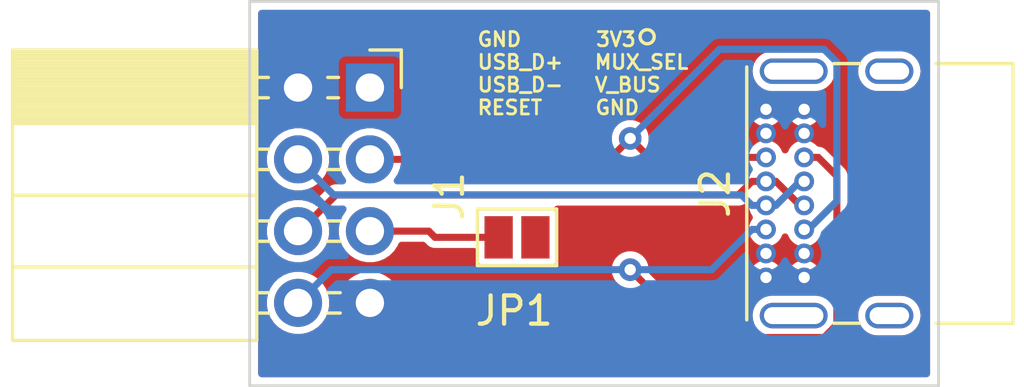
<source format=kicad_pcb>
(kicad_pcb (version 20171130) (host pcbnew "(5.1.6)-1")

  (general
    (thickness 1.6)
    (drawings 6)
    (tracks 44)
    (zones 0)
    (modules 3)
    (nets 10)
  )

  (page A4)
  (layers
    (0 F.Cu signal)
    (31 B.Cu signal)
    (32 B.Adhes user)
    (33 F.Adhes user)
    (34 B.Paste user)
    (35 F.Paste user)
    (36 B.SilkS user)
    (37 F.SilkS user)
    (38 B.Mask user)
    (39 F.Mask user)
    (40 Dwgs.User user)
    (41 Cmts.User user)
    (42 Eco1.User user)
    (43 Eco2.User user)
    (44 Edge.Cuts user)
    (45 Margin user)
    (46 B.CrtYd user)
    (47 F.CrtYd user)
    (48 B.Fab user)
    (49 F.Fab user)
  )

  (setup
    (last_trace_width 0.25)
    (trace_clearance 0.15)
    (zone_clearance 0.25)
    (zone_45_only no)
    (trace_min 0.2)
    (via_size 0.8)
    (via_drill 0.4)
    (via_min_size 0.4)
    (via_min_drill 0.3)
    (uvia_size 0.3)
    (uvia_drill 0.1)
    (uvias_allowed no)
    (uvia_min_size 0.2)
    (uvia_min_drill 0.1)
    (edge_width 0.05)
    (segment_width 0.2)
    (pcb_text_width 0.3)
    (pcb_text_size 1.5 1.5)
    (mod_edge_width 0.12)
    (mod_text_size 1 1)
    (mod_text_width 0.15)
    (pad_size 1.524 1.524)
    (pad_drill 0.762)
    (pad_to_mask_clearance 0.051)
    (solder_mask_min_width 0.25)
    (aux_axis_origin 0 0)
    (visible_elements 7FFFFFFF)
    (pcbplotparams
      (layerselection 0x010fc_ffffffff)
      (usegerberextensions false)
      (usegerberattributes false)
      (usegerberadvancedattributes false)
      (creategerberjobfile false)
      (excludeedgelayer true)
      (linewidth 0.100000)
      (plotframeref false)
      (viasonmask false)
      (mode 1)
      (useauxorigin false)
      (hpglpennumber 1)
      (hpglpenspeed 20)
      (hpglpendiameter 15.000000)
      (psnegative false)
      (psa4output false)
      (plotreference true)
      (plotvalue true)
      (plotinvisibletext false)
      (padsonsilk false)
      (subtractmaskfromsilk false)
      (outputformat 1)
      (mirror false)
      (drillshape 1)
      (scaleselection 1)
      (outputdirectory ""))
  )

  (net 0 "")
  (net 1 /RESET_N)
  (net 2 GND)
  (net 3 /USB_DN)
  (net 4 "Net-(J1-Pad5)")
  (net 5 /USB_DP)
  (net 6 /SD_MUX_SEL)
  (net 7 /3V3)
  (net 8 "Net-(J2-PadS1)")
  (net 9 /VBUS_DET)

  (net_class Default "This is the default net class."
    (clearance 0.15)
    (trace_width 0.25)
    (via_dia 0.8)
    (via_drill 0.4)
    (uvia_dia 0.3)
    (uvia_drill 0.1)
    (add_net /3V3)
    (add_net /RESET_N)
    (add_net /SD_MUX_SEL)
    (add_net /USB_DN)
    (add_net /USB_DP)
    (add_net /VBUS_DET)
    (add_net GND)
    (add_net "Net-(J1-Pad5)")
    (add_net "Net-(J2-PadS1)")
  )

  (module Jumper:SolderJumper-2_P1.3mm_Open_Pad1.0x1.5mm (layer F.Cu) (tedit 5A3EABFC) (tstamp 5EED715E)
    (at 150 70.3 180)
    (descr "SMD Solder Jumper, 1x1.5mm Pads, 0.3mm gap, open")
    (tags "solder jumper open")
    (path /5EEDD095)
    (attr virtual)
    (fp_text reference JP1 (at 0.1 -2.6) (layer F.SilkS)
      (effects (font (size 1 1) (thickness 0.15)))
    )
    (fp_text value SolderJumper_2_Open (at 0.1 -2.5) (layer F.Fab) hide
      (effects (font (size 1 1) (thickness 0.15)))
    )
    (fp_line (start -1.4 1) (end -1.4 -1) (layer F.SilkS) (width 0.12))
    (fp_line (start 1.4 1) (end -1.4 1) (layer F.SilkS) (width 0.12))
    (fp_line (start 1.4 -1) (end 1.4 1) (layer F.SilkS) (width 0.12))
    (fp_line (start -1.4 -1) (end 1.4 -1) (layer F.SilkS) (width 0.12))
    (fp_line (start -1.65 -1.25) (end 1.65 -1.25) (layer F.CrtYd) (width 0.05))
    (fp_line (start -1.65 -1.25) (end -1.65 1.25) (layer F.CrtYd) (width 0.05))
    (fp_line (start 1.65 1.25) (end 1.65 -1.25) (layer F.CrtYd) (width 0.05))
    (fp_line (start 1.65 1.25) (end -1.65 1.25) (layer F.CrtYd) (width 0.05))
    (pad 2 smd rect (at 0.65 0 180) (size 1 1.5) (layers F.Cu F.Mask)
      (net 4 "Net-(J1-Pad5)"))
    (pad 1 smd rect (at -0.65 0 180) (size 1 1.5) (layers F.Cu F.Mask)
      (net 9 /VBUS_DET))
  )

  (module Connector_USB:USB_C_Receptacle_GCT_USB4085 locked (layer F.Cu) (tedit 5EED15DE) (tstamp 5EED9185)
    (at 158.8 71.72 90)
    (descr "USB 2.0 Type C Receptacle, https://gct.co/Files/Drawings/USB4085.pdf")
    (tags "USB Type-C Receptacle Through-hole Right angle")
    (path /5EED1B44)
    (fp_text reference J2 (at 2.975 -1.8 90) (layer F.SilkS)
      (effects (font (size 1 1) (thickness 0.15)))
    )
    (fp_text value USB_C_Receptacle_USB2.0 (at 2.975 9.925 90) (layer F.Fab) hide
      (effects (font (size 1 1) (thickness 0.15)))
    )
    (fp_line (start -0.025 6.1) (end 5.975 6.1) (layer F.Fab) (width 0.1))
    (fp_line (start 8.25 -1.06) (end 8.25 9.11) (layer F.CrtYd) (width 0.05))
    (fp_line (start -2.3 -1.06) (end 8.25 -1.06) (layer F.CrtYd) (width 0.05))
    (fp_line (start -2.3 9.11) (end 8.25 9.11) (layer F.CrtYd) (width 0.05))
    (fp_line (start -2.3 -1.06) (end -2.3 9.11) (layer F.CrtYd) (width 0.05))
    (fp_line (start -1.62 2.4) (end -1.62 3.3) (layer F.SilkS) (width 0.12))
    (fp_line (start 7.57 2.4) (end 7.57 3.3) (layer F.SilkS) (width 0.12))
    (fp_line (start -1.62 6) (end -1.62 8.73) (layer F.SilkS) (width 0.12))
    (fp_line (start 7.57 6) (end 7.57 8.73) (layer F.SilkS) (width 0.12))
    (fp_line (start 7.45 -0.56) (end 7.45 8.61) (layer F.Fab) (width 0.1))
    (fp_line (start -1.5 -0.56) (end -1.5 8.61) (layer F.Fab) (width 0.1))
    (fp_line (start -1.5 -0.68) (end 7.45 -0.68) (layer F.SilkS) (width 0.12))
    (fp_line (start -1.62 8.73) (end 7.57 8.73) (layer F.SilkS) (width 0.12))
    (fp_line (start -1.5 8.61) (end 7.45 8.61) (layer F.Fab) (width 0.1))
    (fp_line (start -1.5 -0.56) (end 7.45 -0.56) (layer F.Fab) (width 0.1))
    (fp_text user %R (at 2.975 4.025 90) (layer F.Fab)
      (effects (font (size 1 1) (thickness 0.15)))
    )
    (fp_text user "PCB Edge" (at 2.975 6.1 90) (layer Dwgs.User)
      (effects (font (size 0.5 0.5) (thickness 0.1)))
    )
    (pad S1 thru_hole oval (at 7.3 4.36 90) (size 0.9 1.7) (drill oval 0.6 1.4) (layers *.Cu *.Mask)
      (net 8 "Net-(J2-PadS1)"))
    (pad S1 thru_hole oval (at -1.35 4.36 90) (size 0.9 1.7) (drill oval 0.6 1.4) (layers *.Cu *.Mask)
      (net 8 "Net-(J2-PadS1)"))
    (pad S1 thru_hole oval (at 7.3 0.98 90) (size 0.9 2.4) (drill oval 0.6 2.1) (layers *.Cu *.Mask)
      (net 8 "Net-(J2-PadS1)"))
    (pad S1 thru_hole oval (at -1.35 0.98 90) (size 0.9 2.4) (drill oval 0.6 2.1) (layers *.Cu *.Mask)
      (net 8 "Net-(J2-PadS1)"))
    (pad B6 thru_hole circle (at 3.4 1.35 90) (size 0.7 0.7) (drill 0.4) (layers *.Cu *.Mask)
      (net 5 /USB_DP))
    (pad B1 thru_hole circle (at 5.95 1.35 90) (size 0.7 0.7) (drill 0.4) (layers *.Cu *.Mask)
      (net 2 GND))
    (pad B4 thru_hole circle (at 5.1 1.35 90) (size 0.7 0.7) (drill 0.4) (layers *.Cu *.Mask)
      (net 7 /3V3))
    (pad B5 thru_hole circle (at 4.25 1.35 90) (size 0.7 0.7) (drill 0.4) (layers *.Cu *.Mask)
      (net 1 /RESET_N))
    (pad B12 thru_hole circle (at 0 1.35 90) (size 0.7 0.7) (drill 0.4) (layers *.Cu *.Mask)
      (net 2 GND))
    (pad B8 thru_hole circle (at 1.7 1.35 90) (size 0.7 0.7) (drill 0.4) (layers *.Cu *.Mask)
      (net 6 /SD_MUX_SEL))
    (pad B7 thru_hole circle (at 2.55 1.35 90) (size 0.7 0.7) (drill 0.4) (layers *.Cu *.Mask)
      (net 3 /USB_DN))
    (pad B9 thru_hole circle (at 0.85 1.35 90) (size 0.7 0.7) (drill 0.4) (layers *.Cu *.Mask)
      (net 7 /3V3))
    (pad A12 thru_hole circle (at 5.95 0 90) (size 0.7 0.7) (drill 0.4) (layers *.Cu *.Mask)
      (net 2 GND))
    (pad A9 thru_hole circle (at 5.1 0 90) (size 0.7 0.7) (drill 0.4) (layers *.Cu *.Mask)
      (net 7 /3V3))
    (pad A8 thru_hole circle (at 4.25 0 90) (size 0.7 0.7) (drill 0.4) (layers *.Cu *.Mask)
      (net 6 /SD_MUX_SEL))
    (pad A7 thru_hole circle (at 3.4 0 90) (size 0.7 0.7) (drill 0.4) (layers *.Cu *.Mask)
      (net 3 /USB_DN))
    (pad A6 thru_hole circle (at 2.55 0 90) (size 0.7 0.7) (drill 0.4) (layers *.Cu *.Mask)
      (net 5 /USB_DP))
    (pad A5 thru_hole circle (at 1.7 0 90) (size 0.7 0.7) (drill 0.4) (layers *.Cu *.Mask)
      (net 1 /RESET_N))
    (pad A4 thru_hole circle (at 0.85 0 90) (size 0.7 0.7) (drill 0.4) (layers *.Cu *.Mask)
      (net 7 /3V3))
    (pad A1 thru_hole circle (at 0 0 90) (size 0.7 0.7) (drill 0.4) (layers *.Cu *.Mask)
      (net 2 GND))
    (model ${KISYS3DMOD}/Connector_USB.3dshapes/USB_C_Receptacle_GCT_USB4085.wrl
      (at (xyz 0 0 0))
      (scale (xyz 1 1 1))
      (rotate (xyz 90 90 90))
    )
    (model "/Library/Application Support/kicad/modules/USB4085-GF-A.stp"
      (at (xyz 0 0 0))
      (scale (xyz 1 1 1))
      (rotate (xyz 90 0 0))
    )
    (model ${KIPRJMOD}/3d/USB4085-GF-A--3DModel-STEP-56544.stp
      (offset (xyz 3 -4 0))
      (scale (xyz 1 1 1))
      (rotate (xyz -90 0 0))
    )
  )

  (module Connector_PinSocket_2.54mm:PinSocket_2x04_P2.54mm_Horizontal locked (layer F.Cu) (tedit 5A19A432) (tstamp 5EED5FB2)
    (at 144.8 65)
    (descr "Through hole angled socket strip, 2x04, 2.54mm pitch, 8.51mm socket length, double cols (from Kicad 4.0.7), script generated")
    (tags "Through hole angled socket strip THT 2x04 2.54mm double row")
    (path /5EED097B)
    (fp_text reference J1 (at 2.8 3.85 90) (layer F.SilkS)
      (effects (font (size 1 1) (thickness 0.15)))
    )
    (fp_text value Conn_02x04_Odd_Even (at -5.65 10.39) (layer F.Fab) hide
      (effects (font (size 1 1) (thickness 0.15)))
    )
    (fp_line (start -12.57 -1.27) (end -5.03 -1.27) (layer F.Fab) (width 0.1))
    (fp_line (start -5.03 -1.27) (end -4.06 -0.3) (layer F.Fab) (width 0.1))
    (fp_line (start -4.06 -0.3) (end -4.06 8.89) (layer F.Fab) (width 0.1))
    (fp_line (start -4.06 8.89) (end -12.57 8.89) (layer F.Fab) (width 0.1))
    (fp_line (start -12.57 8.89) (end -12.57 -1.27) (layer F.Fab) (width 0.1))
    (fp_line (start 0 -0.3) (end -4.06 -0.3) (layer F.Fab) (width 0.1))
    (fp_line (start -4.06 0.3) (end 0 0.3) (layer F.Fab) (width 0.1))
    (fp_line (start 0 0.3) (end 0 -0.3) (layer F.Fab) (width 0.1))
    (fp_line (start 0 2.24) (end -4.06 2.24) (layer F.Fab) (width 0.1))
    (fp_line (start -4.06 2.84) (end 0 2.84) (layer F.Fab) (width 0.1))
    (fp_line (start 0 2.84) (end 0 2.24) (layer F.Fab) (width 0.1))
    (fp_line (start 0 4.78) (end -4.06 4.78) (layer F.Fab) (width 0.1))
    (fp_line (start -4.06 5.38) (end 0 5.38) (layer F.Fab) (width 0.1))
    (fp_line (start 0 5.38) (end 0 4.78) (layer F.Fab) (width 0.1))
    (fp_line (start 0 7.32) (end -4.06 7.32) (layer F.Fab) (width 0.1))
    (fp_line (start -4.06 7.92) (end 0 7.92) (layer F.Fab) (width 0.1))
    (fp_line (start 0 7.92) (end 0 7.32) (layer F.Fab) (width 0.1))
    (fp_line (start -12.63 -1.21) (end -4 -1.21) (layer F.SilkS) (width 0.12))
    (fp_line (start -12.63 -1.091905) (end -4 -1.091905) (layer F.SilkS) (width 0.12))
    (fp_line (start -12.63 -0.97381) (end -4 -0.97381) (layer F.SilkS) (width 0.12))
    (fp_line (start -12.63 -0.855715) (end -4 -0.855715) (layer F.SilkS) (width 0.12))
    (fp_line (start -12.63 -0.73762) (end -4 -0.73762) (layer F.SilkS) (width 0.12))
    (fp_line (start -12.63 -0.619525) (end -4 -0.619525) (layer F.SilkS) (width 0.12))
    (fp_line (start -12.63 -0.50143) (end -4 -0.50143) (layer F.SilkS) (width 0.12))
    (fp_line (start -12.63 -0.383335) (end -4 -0.383335) (layer F.SilkS) (width 0.12))
    (fp_line (start -12.63 -0.26524) (end -4 -0.26524) (layer F.SilkS) (width 0.12))
    (fp_line (start -12.63 -0.147145) (end -4 -0.147145) (layer F.SilkS) (width 0.12))
    (fp_line (start -12.63 -0.02905) (end -4 -0.02905) (layer F.SilkS) (width 0.12))
    (fp_line (start -12.63 0.089045) (end -4 0.089045) (layer F.SilkS) (width 0.12))
    (fp_line (start -12.63 0.20714) (end -4 0.20714) (layer F.SilkS) (width 0.12))
    (fp_line (start -12.63 0.325235) (end -4 0.325235) (layer F.SilkS) (width 0.12))
    (fp_line (start -12.63 0.44333) (end -4 0.44333) (layer F.SilkS) (width 0.12))
    (fp_line (start -12.63 0.561425) (end -4 0.561425) (layer F.SilkS) (width 0.12))
    (fp_line (start -12.63 0.67952) (end -4 0.67952) (layer F.SilkS) (width 0.12))
    (fp_line (start -12.63 0.797615) (end -4 0.797615) (layer F.SilkS) (width 0.12))
    (fp_line (start -12.63 0.91571) (end -4 0.91571) (layer F.SilkS) (width 0.12))
    (fp_line (start -12.63 1.033805) (end -4 1.033805) (layer F.SilkS) (width 0.12))
    (fp_line (start -12.63 1.1519) (end -4 1.1519) (layer F.SilkS) (width 0.12))
    (fp_line (start -4 -0.36) (end -3.59 -0.36) (layer F.SilkS) (width 0.12))
    (fp_line (start -1.49 -0.36) (end -1.11 -0.36) (layer F.SilkS) (width 0.12))
    (fp_line (start -4 0.36) (end -3.59 0.36) (layer F.SilkS) (width 0.12))
    (fp_line (start -1.49 0.36) (end -1.11 0.36) (layer F.SilkS) (width 0.12))
    (fp_line (start -4 2.18) (end -3.59 2.18) (layer F.SilkS) (width 0.12))
    (fp_line (start -1.49 2.18) (end -1.05 2.18) (layer F.SilkS) (width 0.12))
    (fp_line (start -4 2.9) (end -3.59 2.9) (layer F.SilkS) (width 0.12))
    (fp_line (start -1.49 2.9) (end -1.05 2.9) (layer F.SilkS) (width 0.12))
    (fp_line (start -4 4.72) (end -3.59 4.72) (layer F.SilkS) (width 0.12))
    (fp_line (start -1.49 4.72) (end -1.05 4.72) (layer F.SilkS) (width 0.12))
    (fp_line (start -4 5.44) (end -3.59 5.44) (layer F.SilkS) (width 0.12))
    (fp_line (start -1.49 5.44) (end -1.05 5.44) (layer F.SilkS) (width 0.12))
    (fp_line (start -4 7.26) (end -3.59 7.26) (layer F.SilkS) (width 0.12))
    (fp_line (start -1.49 7.26) (end -1.05 7.26) (layer F.SilkS) (width 0.12))
    (fp_line (start -4 7.98) (end -3.59 7.98) (layer F.SilkS) (width 0.12))
    (fp_line (start -1.49 7.98) (end -1.05 7.98) (layer F.SilkS) (width 0.12))
    (fp_line (start -12.63 1.27) (end -4 1.27) (layer F.SilkS) (width 0.12))
    (fp_line (start -12.63 3.81) (end -4 3.81) (layer F.SilkS) (width 0.12))
    (fp_line (start -12.63 6.35) (end -4 6.35) (layer F.SilkS) (width 0.12))
    (fp_line (start -12.63 -1.33) (end -4 -1.33) (layer F.SilkS) (width 0.12))
    (fp_line (start -4 -1.33) (end -4 8.95) (layer F.SilkS) (width 0.12))
    (fp_line (start -12.63 8.95) (end -4 8.95) (layer F.SilkS) (width 0.12))
    (fp_line (start -12.63 -1.33) (end -12.63 8.95) (layer F.SilkS) (width 0.12))
    (fp_line (start 1.11 -1.33) (end 1.11 0) (layer F.SilkS) (width 0.12))
    (fp_line (start 0 -1.33) (end 1.11 -1.33) (layer F.SilkS) (width 0.12))
    (fp_line (start 1.8 -1.75) (end -13.05 -1.75) (layer F.CrtYd) (width 0.05))
    (fp_line (start -13.05 -1.75) (end -13.05 9.45) (layer F.CrtYd) (width 0.05))
    (fp_line (start -13.05 9.45) (end 1.8 9.45) (layer F.CrtYd) (width 0.05))
    (fp_line (start 1.8 9.45) (end 1.8 -1.75) (layer F.CrtYd) (width 0.05))
    (fp_text user %R (at -8.315 3.81 90) (layer F.Fab)
      (effects (font (size 1 1) (thickness 0.15)))
    )
    (pad 1 thru_hole rect (at 0 0) (size 1.7 1.7) (drill 1) (layers *.Cu *.Mask)
      (net 7 /3V3))
    (pad 2 thru_hole oval (at -2.54 0) (size 1.7 1.7) (drill 1) (layers *.Cu *.Mask)
      (net 2 GND))
    (pad 3 thru_hole oval (at 0 2.54) (size 1.7 1.7) (drill 1) (layers *.Cu *.Mask)
      (net 6 /SD_MUX_SEL))
    (pad 4 thru_hole oval (at -2.54 2.54) (size 1.7 1.7) (drill 1) (layers *.Cu *.Mask)
      (net 5 /USB_DP))
    (pad 5 thru_hole oval (at 0 5.08) (size 1.7 1.7) (drill 1) (layers *.Cu *.Mask)
      (net 4 "Net-(J1-Pad5)"))
    (pad 6 thru_hole oval (at -2.54 5.08) (size 1.7 1.7) (drill 1) (layers *.Cu *.Mask)
      (net 3 /USB_DN))
    (pad 7 thru_hole oval (at 0 7.62) (size 1.7 1.7) (drill 1) (layers *.Cu *.Mask)
      (net 2 GND))
    (pad 8 thru_hole oval (at -2.54 7.62) (size 1.7 1.7) (drill 1) (layers *.Cu *.Mask)
      (net 1 /RESET_N))
    (model ${KISYS3DMOD}/Connector_PinSocket_2.54mm.3dshapes/PinSocket_2x04_P2.54mm_Horizontal.wrl
      (at (xyz 0 0 0))
      (scale (xyz 1 1 1))
      (rotate (xyz 0 0 0))
    )
  )

  (gr_circle (center 154.6 63.2) (end 154.85 63.2) (layer F.SilkS) (width 0.12))
  (gr_text "GND       3V3\nUSB_D+   MUX_SEL\nUSB_D-   V_BUS\nRESET     GND\n" (at 148.55 64.5) (layer F.SilkS) (tstamp 5EF0D365)
    (effects (font (size 0.5 0.5) (thickness 0.1)) (justify left))
  )
  (gr_line (start 164.9 61.95) (end 164.9 75.55) (layer Edge.Cuts) (width 0.1))
  (gr_line (start 140.55 61.95) (end 164.9 61.95) (layer Edge.Cuts) (width 0.1))
  (gr_line (start 140.55 75.55) (end 140.55 61.95) (layer Edge.Cuts) (width 0.1))
  (gr_line (start 164.9 75.55) (end 140.55 75.55) (layer Edge.Cuts) (width 0.1))

  (segment (start 156.880027 71.444999) (end 158.305026 70.02) (width 0.25) (layer B.Cu) (net 1))
  (segment (start 143.435001 71.444999) (end 153.905001 71.444999) (width 0.25) (layer B.Cu) (net 1))
  (segment (start 158.305026 70.02) (end 158.8 70.02) (width 0.25) (layer B.Cu) (net 1))
  (segment (start 142.26 72.62) (end 143.435001 71.444999) (width 0.25) (layer B.Cu) (net 1))
  (segment (start 153.905001 71.444999) (end 156.880027 71.444999) (width 0.25) (layer B.Cu) (net 1) (tstamp 5F2CA314))
  (via (at 154 71.444999) (size 0.8) (drill 0.4) (layers F.Cu B.Cu) (net 1))
  (segment (start 161.30501 73.391019) (end 161.30501 68.130036) (width 0.25) (layer F.Cu) (net 1))
  (segment (start 160.644974 67.47) (end 160.15 67.47) (width 0.25) (layer F.Cu) (net 1))
  (segment (start 160.851019 73.84501) (end 161.30501 73.391019) (width 0.25) (layer F.Cu) (net 1))
  (segment (start 161.30501 68.130036) (end 160.644974 67.47) (width 0.25) (layer F.Cu) (net 1))
  (segment (start 156.400011 73.84501) (end 160.851019 73.84501) (width 0.25) (layer F.Cu) (net 1))
  (segment (start 154 71.444999) (end 156.400011 73.84501) (width 0.25) (layer F.Cu) (net 1))
  (segment (start 142.32 70.08) (end 142.26 70.08) (width 0.25) (layer F.Cu) (net 3) (tstamp 5EF0A8D7))
  (segment (start 160.000998 69.17) (end 160.15 69.17) (width 0.25) (layer F.Cu) (net 3) (tstamp 5EF0A8E0))
  (segment (start 158.8 68.32) (end 159.150998 68.32) (width 0.25) (layer F.Cu) (net 3) (tstamp 5EF0A8E6))
  (segment (start 158.8 68.32) (end 158.305026 68.32) (width 0.25) (layer F.Cu) (net 3) (tstamp 5EF0A8DD))
  (segment (start 159.150998 68.32) (end 160.000998 69.17) (width 0.25) (layer F.Cu) (net 3) (tstamp 5EF0A8E3))
  (segment (start 143.6 68.8) (end 157.825026 68.8) (width 0.25) (layer F.Cu) (net 3))
  (segment (start 158.305026 68.32) (end 157.825026 68.8) (width 0.25) (layer F.Cu) (net 3) (tstamp 5EF0A8DA))
  (segment (start 143.6 68.8) (end 142.32 70.08) (width 0.25) (layer F.Cu) (net 3) (tstamp 5EF0A8E9))
  (segment (start 144.8 70.08) (end 146.88 70.08) (width 0.25) (layer F.Cu) (net 4))
  (segment (start 146.88 70.08) (end 147.1 70.3) (width 0.25) (layer F.Cu) (net 4))
  (segment (start 147.1 70.3) (end 149.35 70.3) (width 0.25) (layer F.Cu) (net 4))
  (segment (start 160.000998 68.32) (end 160.15 68.32) (width 0.25) (layer B.Cu) (net 5))
  (segment (start 158.8 69.17) (end 158.305026 69.17) (width 0.25) (layer B.Cu) (net 5))
  (segment (start 158.8 69.17) (end 159.150998 69.17) (width 0.25) (layer B.Cu) (net 5))
  (segment (start 159.150998 69.17) (end 160.000998 68.32) (width 0.25) (layer B.Cu) (net 5))
  (segment (start 143.52 68.8) (end 157.935026 68.8) (width 0.25) (layer B.Cu) (net 5))
  (segment (start 158.305026 69.17) (end 157.935026 68.8) (width 0.25) (layer B.Cu) (net 5))
  (segment (start 143.52 68.8) (end 142.26 67.54) (width 0.25) (layer B.Cu) (net 5))
  (segment (start 158.73 67.54) (end 158.8 67.47) (width 0.25) (layer F.Cu) (net 6))
  (via (at 154 66.8) (size 0.8) (drill 0.4) (layers F.Cu B.Cu) (net 6))
  (segment (start 160.299002 70.02) (end 160.15 70.02) (width 0.25) (layer B.Cu) (net 6))
  (segment (start 161.30501 69.013992) (end 160.299002 70.02) (width 0.25) (layer B.Cu) (net 6))
  (segment (start 160.851019 63.64499) (end 161.30501 64.098981) (width 0.25) (layer B.Cu) (net 6))
  (segment (start 157.15501 63.64499) (end 160.851019 63.64499) (width 0.25) (layer B.Cu) (net 6))
  (segment (start 161.30501 64.098981) (end 161.30501 69.013992) (width 0.25) (layer B.Cu) (net 6))
  (segment (start 154 66.8) (end 157.15501 63.64499) (width 0.25) (layer B.Cu) (net 6))
  (segment (start 153.26 67.54) (end 154 66.8) (width 0.25) (layer F.Cu) (net 6))
  (segment (start 144.8 67.54) (end 153.26 67.54) (width 0.25) (layer F.Cu) (net 6))
  (segment (start 154.67 67.47) (end 158.8 67.47) (width 0.25) (layer F.Cu) (net 6))
  (segment (start 154 66.8) (end 154.67 67.47) (width 0.25) (layer F.Cu) (net 6))
  (segment (start 158.8 66.62) (end 160.15 66.62) (width 0.25) (layer F.Cu) (net 7))
  (segment (start 158.8 70.87) (end 160.15 70.87) (width 0.25) (layer F.Cu) (net 7))

  (zone (net 2) (net_name GND) (layer B.Cu) (tstamp 5F2CA79E) (hatch edge 0.508)
    (connect_pads yes (clearance 0.25))
    (min_thickness 0.25)
    (fill yes (arc_segments 32) (thermal_gap 0.5) (thermal_bridge_width 0.5))
    (polygon
      (pts
        (xy 164.865524 75.522966) (xy 140.515524 75.572966) (xy 140.515524 61.972966) (xy 164.865524 61.922966)
      )
    )
    (filled_polygon
      (pts
        (xy 164.475001 75.125) (xy 140.975 75.125) (xy 140.975 69.959348) (xy 141.035 69.959348) (xy 141.035 70.200652)
        (xy 141.082076 70.437319) (xy 141.174419 70.660255) (xy 141.308481 70.860892) (xy 141.479108 71.031519) (xy 141.679745 71.165581)
        (xy 141.902681 71.257924) (xy 142.139348 71.305) (xy 142.380652 71.305) (xy 142.617319 71.257924) (xy 142.840255 71.165581)
        (xy 143.040892 71.031519) (xy 143.211519 70.860892) (xy 143.345581 70.660255) (xy 143.437924 70.437319) (xy 143.485 70.200652)
        (xy 143.485 69.959348) (xy 143.437924 69.722681) (xy 143.345581 69.499745) (xy 143.211519 69.299108) (xy 143.040892 69.128481)
        (xy 142.840255 68.994419) (xy 142.617319 68.902076) (xy 142.380652 68.855) (xy 142.139348 68.855) (xy 141.902681 68.902076)
        (xy 141.679745 68.994419) (xy 141.479108 69.128481) (xy 141.308481 69.299108) (xy 141.174419 69.499745) (xy 141.082076 69.722681)
        (xy 141.035 69.959348) (xy 140.975 69.959348) (xy 140.975 67.419348) (xy 141.035 67.419348) (xy 141.035 67.660652)
        (xy 141.082076 67.897319) (xy 141.174419 68.120255) (xy 141.308481 68.320892) (xy 141.479108 68.491519) (xy 141.679745 68.625581)
        (xy 141.902681 68.717924) (xy 142.139348 68.765) (xy 142.380652 68.765) (xy 142.617319 68.717924) (xy 142.697575 68.684681)
        (xy 143.149075 69.136181) (xy 143.164736 69.155264) (xy 143.240871 69.217746) (xy 143.327733 69.264175) (xy 143.421983 69.292765)
        (xy 143.49544 69.3) (xy 143.495441 69.3) (xy 143.519999 69.302419) (xy 143.544557 69.3) (xy 143.847885 69.3)
        (xy 143.714419 69.499745) (xy 143.622076 69.722681) (xy 143.575 69.959348) (xy 143.575 70.200652) (xy 143.622076 70.437319)
        (xy 143.714419 70.660255) (xy 143.848481 70.860892) (xy 143.932588 70.944999) (xy 143.45955 70.944999) (xy 143.435 70.942581)
        (xy 143.41045 70.944999) (xy 143.410441 70.944999) (xy 143.336984 70.952234) (xy 143.242734 70.980824) (xy 143.155872 71.027253)
        (xy 143.079737 71.089735) (xy 143.064081 71.108812) (xy 142.697575 71.475319) (xy 142.617319 71.442076) (xy 142.380652 71.395)
        (xy 142.139348 71.395) (xy 141.902681 71.442076) (xy 141.679745 71.534419) (xy 141.479108 71.668481) (xy 141.308481 71.839108)
        (xy 141.174419 72.039745) (xy 141.082076 72.262681) (xy 141.035 72.499348) (xy 141.035 72.740652) (xy 141.082076 72.977319)
        (xy 141.174419 73.200255) (xy 141.308481 73.400892) (xy 141.479108 73.571519) (xy 141.679745 73.705581) (xy 141.902681 73.797924)
        (xy 142.139348 73.845) (xy 142.380652 73.845) (xy 142.617319 73.797924) (xy 142.840255 73.705581) (xy 143.040892 73.571519)
        (xy 143.211519 73.400892) (xy 143.345581 73.200255) (xy 143.399534 73.07) (xy 158.201009 73.07) (xy 158.216938 73.231728)
        (xy 158.264112 73.387241) (xy 158.340719 73.530563) (xy 158.443815 73.656185) (xy 158.569437 73.759281) (xy 158.712759 73.835888)
        (xy 158.868272 73.883062) (xy 158.989479 73.895) (xy 160.570521 73.895) (xy 160.691728 73.883062) (xy 160.847241 73.835888)
        (xy 160.990563 73.759281) (xy 161.116185 73.656185) (xy 161.219281 73.530563) (xy 161.295888 73.387241) (xy 161.343062 73.231728)
        (xy 161.358991 73.07) (xy 161.931009 73.07) (xy 161.946938 73.231728) (xy 161.994112 73.387241) (xy 162.070719 73.530563)
        (xy 162.173815 73.656185) (xy 162.299437 73.759281) (xy 162.442759 73.835888) (xy 162.598272 73.883062) (xy 162.719479 73.895)
        (xy 163.600521 73.895) (xy 163.721728 73.883062) (xy 163.877241 73.835888) (xy 164.020563 73.759281) (xy 164.146185 73.656185)
        (xy 164.249281 73.530563) (xy 164.325888 73.387241) (xy 164.373062 73.231728) (xy 164.388991 73.07) (xy 164.373062 72.908272)
        (xy 164.325888 72.752759) (xy 164.249281 72.609437) (xy 164.146185 72.483815) (xy 164.020563 72.380719) (xy 163.877241 72.304112)
        (xy 163.721728 72.256938) (xy 163.600521 72.245) (xy 162.719479 72.245) (xy 162.598272 72.256938) (xy 162.442759 72.304112)
        (xy 162.299437 72.380719) (xy 162.173815 72.483815) (xy 162.070719 72.609437) (xy 161.994112 72.752759) (xy 161.946938 72.908272)
        (xy 161.931009 73.07) (xy 161.358991 73.07) (xy 161.343062 72.908272) (xy 161.295888 72.752759) (xy 161.219281 72.609437)
        (xy 161.116185 72.483815) (xy 160.990563 72.380719) (xy 160.847241 72.304112) (xy 160.691728 72.256938) (xy 160.570521 72.245)
        (xy 158.989479 72.245) (xy 158.868272 72.256938) (xy 158.712759 72.304112) (xy 158.569437 72.380719) (xy 158.443815 72.483815)
        (xy 158.340719 72.609437) (xy 158.264112 72.752759) (xy 158.216938 72.908272) (xy 158.201009 73.07) (xy 143.399534 73.07)
        (xy 143.437924 72.977319) (xy 143.485 72.740652) (xy 143.485 72.499348) (xy 143.437924 72.262681) (xy 143.404681 72.182425)
        (xy 143.642108 71.944999) (xy 153.403984 71.944999) (xy 153.505966 72.046981) (xy 153.6329 72.131795) (xy 153.773941 72.190216)
        (xy 153.923669 72.219999) (xy 154.076331 72.219999) (xy 154.226059 72.190216) (xy 154.3671 72.131795) (xy 154.494034 72.046981)
        (xy 154.596016 71.944999) (xy 156.855467 71.944999) (xy 156.880027 71.947418) (xy 156.904587 71.944999) (xy 156.978044 71.937764)
        (xy 157.072294 71.909174) (xy 157.159156 71.862745) (xy 157.235291 71.800263) (xy 157.250956 71.781175) (xy 158.077609 70.954523)
        (xy 158.102861 71.081475) (xy 158.157513 71.213416) (xy 158.236856 71.332161) (xy 158.337839 71.433144) (xy 158.456584 71.512487)
        (xy 158.588525 71.567139) (xy 158.728594 71.595) (xy 158.871406 71.595) (xy 159.011475 71.567139) (xy 159.143416 71.512487)
        (xy 159.262161 71.433144) (xy 159.363144 71.332161) (xy 159.442487 71.213416) (xy 159.475 71.134923) (xy 159.507513 71.213416)
        (xy 159.586856 71.332161) (xy 159.687839 71.433144) (xy 159.806584 71.512487) (xy 159.938525 71.567139) (xy 160.078594 71.595)
        (xy 160.221406 71.595) (xy 160.361475 71.567139) (xy 160.493416 71.512487) (xy 160.612161 71.433144) (xy 160.713144 71.332161)
        (xy 160.792487 71.213416) (xy 160.847139 71.081475) (xy 160.875 70.941406) (xy 160.875 70.798594) (xy 160.847139 70.658525)
        (xy 160.792487 70.526584) (xy 160.737974 70.445) (xy 160.792487 70.363416) (xy 160.847139 70.231475) (xy 160.860176 70.165931)
        (xy 161.641191 69.384917) (xy 161.660274 69.369256) (xy 161.722756 69.293121) (xy 161.769185 69.206259) (xy 161.797775 69.112009)
        (xy 161.80501 69.038552) (xy 161.80501 69.038551) (xy 161.807429 69.013993) (xy 161.80501 68.989435) (xy 161.80501 64.42)
        (xy 161.931009 64.42) (xy 161.946938 64.581728) (xy 161.994112 64.737241) (xy 162.070719 64.880563) (xy 162.173815 65.006185)
        (xy 162.299437 65.109281) (xy 162.442759 65.185888) (xy 162.598272 65.233062) (xy 162.719479 65.245) (xy 163.600521 65.245)
        (xy 163.721728 65.233062) (xy 163.877241 65.185888) (xy 164.020563 65.109281) (xy 164.146185 65.006185) (xy 164.249281 64.880563)
        (xy 164.325888 64.737241) (xy 164.373062 64.581728) (xy 164.388991 64.42) (xy 164.373062 64.258272) (xy 164.325888 64.102759)
        (xy 164.249281 63.959437) (xy 164.146185 63.833815) (xy 164.020563 63.730719) (xy 163.877241 63.654112) (xy 163.721728 63.606938)
        (xy 163.600521 63.595) (xy 162.719479 63.595) (xy 162.598272 63.606938) (xy 162.442759 63.654112) (xy 162.299437 63.730719)
        (xy 162.173815 63.833815) (xy 162.070719 63.959437) (xy 161.994112 64.102759) (xy 161.946938 64.258272) (xy 161.931009 64.42)
        (xy 161.80501 64.42) (xy 161.80501 64.123538) (xy 161.807429 64.09898) (xy 161.803859 64.062736) (xy 161.797775 64.000964)
        (xy 161.769185 63.906714) (xy 161.722756 63.819852) (xy 161.660274 63.743717) (xy 161.641196 63.72806) (xy 161.221947 63.308813)
        (xy 161.206283 63.289726) (xy 161.130148 63.227244) (xy 161.043286 63.180815) (xy 160.949036 63.152225) (xy 160.875579 63.14499)
        (xy 160.851019 63.142571) (xy 160.826459 63.14499) (xy 157.17957 63.14499) (xy 157.15501 63.142571) (xy 157.13045 63.14499)
        (xy 157.056993 63.152225) (xy 156.962743 63.180815) (xy 156.875881 63.227244) (xy 156.799746 63.289726) (xy 156.784085 63.308809)
        (xy 154.067895 66.025) (xy 153.923669 66.025) (xy 153.773941 66.054783) (xy 153.6329 66.113204) (xy 153.505966 66.198018)
        (xy 153.398018 66.305966) (xy 153.313204 66.4329) (xy 153.254783 66.573941) (xy 153.225 66.723669) (xy 153.225 66.876331)
        (xy 153.254783 67.026059) (xy 153.313204 67.1671) (xy 153.398018 67.294034) (xy 153.505966 67.401982) (xy 153.6329 67.486796)
        (xy 153.773941 67.545217) (xy 153.923669 67.575) (xy 154.076331 67.575) (xy 154.226059 67.545217) (xy 154.3671 67.486796)
        (xy 154.494034 67.401982) (xy 154.601982 67.294034) (xy 154.686796 67.1671) (xy 154.745217 67.026059) (xy 154.775 66.876331)
        (xy 154.775 66.732105) (xy 157.362116 64.14499) (xy 158.251301 64.14499) (xy 158.216938 64.258272) (xy 158.201009 64.42)
        (xy 158.216938 64.581728) (xy 158.264112 64.737241) (xy 158.340719 64.880563) (xy 158.443815 65.006185) (xy 158.569437 65.109281)
        (xy 158.712759 65.185888) (xy 158.868272 65.233062) (xy 158.989479 65.245) (xy 160.570521 65.245) (xy 160.691728 65.233062)
        (xy 160.80501 65.198698) (xy 160.80501 66.306818) (xy 160.792487 66.276584) (xy 160.713144 66.157839) (xy 160.612161 66.056856)
        (xy 160.493416 65.977513) (xy 160.361475 65.922861) (xy 160.221406 65.895) (xy 160.078594 65.895) (xy 159.938525 65.922861)
        (xy 159.806584 65.977513) (xy 159.687839 66.056856) (xy 159.586856 66.157839) (xy 159.507513 66.276584) (xy 159.475 66.355077)
        (xy 159.442487 66.276584) (xy 159.363144 66.157839) (xy 159.262161 66.056856) (xy 159.143416 65.977513) (xy 159.011475 65.922861)
        (xy 158.871406 65.895) (xy 158.728594 65.895) (xy 158.588525 65.922861) (xy 158.456584 65.977513) (xy 158.337839 66.056856)
        (xy 158.236856 66.157839) (xy 158.157513 66.276584) (xy 158.102861 66.408525) (xy 158.075 66.548594) (xy 158.075 66.691406)
        (xy 158.102861 66.831475) (xy 158.157513 66.963416) (xy 158.212026 67.045) (xy 158.157513 67.126584) (xy 158.102861 67.258525)
        (xy 158.075 67.398594) (xy 158.075 67.541406) (xy 158.102861 67.681475) (xy 158.157513 67.813416) (xy 158.212026 67.895)
        (xy 158.157513 67.976584) (xy 158.102861 68.108525) (xy 158.075 68.248594) (xy 158.075 68.319962) (xy 158.033043 68.307235)
        (xy 157.959586 68.3) (xy 157.935026 68.297581) (xy 157.910466 68.3) (xy 145.765479 68.3) (xy 145.885581 68.120255)
        (xy 145.977924 67.897319) (xy 146.025 67.660652) (xy 146.025 67.419348) (xy 145.977924 67.182681) (xy 145.885581 66.959745)
        (xy 145.751519 66.759108) (xy 145.580892 66.588481) (xy 145.380255 66.454419) (xy 145.157319 66.362076) (xy 144.920652 66.315)
        (xy 144.679348 66.315) (xy 144.442681 66.362076) (xy 144.219745 66.454419) (xy 144.019108 66.588481) (xy 143.848481 66.759108)
        (xy 143.714419 66.959745) (xy 143.622076 67.182681) (xy 143.575 67.419348) (xy 143.575 67.660652) (xy 143.622076 67.897319)
        (xy 143.714419 68.120255) (xy 143.834521 68.3) (xy 143.727106 68.3) (xy 143.404681 67.977575) (xy 143.437924 67.897319)
        (xy 143.485 67.660652) (xy 143.485 67.419348) (xy 143.437924 67.182681) (xy 143.345581 66.959745) (xy 143.211519 66.759108)
        (xy 143.040892 66.588481) (xy 142.840255 66.454419) (xy 142.617319 66.362076) (xy 142.380652 66.315) (xy 142.139348 66.315)
        (xy 141.902681 66.362076) (xy 141.679745 66.454419) (xy 141.479108 66.588481) (xy 141.308481 66.759108) (xy 141.174419 66.959745)
        (xy 141.082076 67.182681) (xy 141.035 67.419348) (xy 140.975 67.419348) (xy 140.975 64.15) (xy 143.573186 64.15)
        (xy 143.573186 65.85) (xy 143.580426 65.923513) (xy 143.601869 65.9942) (xy 143.636691 66.059347) (xy 143.683552 66.116448)
        (xy 143.740653 66.163309) (xy 143.8058 66.198131) (xy 143.876487 66.219574) (xy 143.95 66.226814) (xy 145.65 66.226814)
        (xy 145.723513 66.219574) (xy 145.7942 66.198131) (xy 145.859347 66.163309) (xy 145.916448 66.116448) (xy 145.963309 66.059347)
        (xy 145.998131 65.9942) (xy 146.019574 65.923513) (xy 146.026814 65.85) (xy 146.026814 64.15) (xy 146.019574 64.076487)
        (xy 145.998131 64.0058) (xy 145.963309 63.940653) (xy 145.916448 63.883552) (xy 145.859347 63.836691) (xy 145.7942 63.801869)
        (xy 145.723513 63.780426) (xy 145.65 63.773186) (xy 143.95 63.773186) (xy 143.876487 63.780426) (xy 143.8058 63.801869)
        (xy 143.740653 63.836691) (xy 143.683552 63.883552) (xy 143.636691 63.940653) (xy 143.601869 64.0058) (xy 143.580426 64.076487)
        (xy 143.573186 64.15) (xy 140.975 64.15) (xy 140.975 62.375) (xy 164.475 62.375)
      )
    )
  )
  (zone (net 7) (net_name /3V3) (layer F.Cu) (tstamp 5F2CA79B) (hatch edge 0.508)
    (connect_pads yes (clearance 0.25))
    (min_thickness 0.25)
    (fill yes (arc_segments 32) (thermal_gap 0.5) (thermal_bridge_width 0.5))
    (polygon
      (pts
        (xy 164.9 75.55) (xy 140.55 75.6) (xy 140.55 62) (xy 164.9 61.95)
      )
    )
    (filled_polygon
      (pts
        (xy 164.475001 75.125) (xy 140.975 75.125) (xy 140.975 72.499348) (xy 141.035 72.499348) (xy 141.035 72.740652)
        (xy 141.082076 72.977319) (xy 141.174419 73.200255) (xy 141.308481 73.400892) (xy 141.479108 73.571519) (xy 141.679745 73.705581)
        (xy 141.902681 73.797924) (xy 142.139348 73.845) (xy 142.380652 73.845) (xy 142.617319 73.797924) (xy 142.840255 73.705581)
        (xy 143.040892 73.571519) (xy 143.211519 73.400892) (xy 143.345581 73.200255) (xy 143.437924 72.977319) (xy 143.485 72.740652)
        (xy 143.485 72.499348) (xy 143.575 72.499348) (xy 143.575 72.740652) (xy 143.622076 72.977319) (xy 143.714419 73.200255)
        (xy 143.848481 73.400892) (xy 144.019108 73.571519) (xy 144.219745 73.705581) (xy 144.442681 73.797924) (xy 144.679348 73.845)
        (xy 144.920652 73.845) (xy 145.157319 73.797924) (xy 145.380255 73.705581) (xy 145.580892 73.571519) (xy 145.751519 73.400892)
        (xy 145.885581 73.200255) (xy 145.977924 72.977319) (xy 146.025 72.740652) (xy 146.025 72.499348) (xy 145.977924 72.262681)
        (xy 145.885581 72.039745) (xy 145.751519 71.839108) (xy 145.580892 71.668481) (xy 145.380255 71.534419) (xy 145.157319 71.442076)
        (xy 144.920652 71.395) (xy 144.679348 71.395) (xy 144.442681 71.442076) (xy 144.219745 71.534419) (xy 144.019108 71.668481)
        (xy 143.848481 71.839108) (xy 143.714419 72.039745) (xy 143.622076 72.262681) (xy 143.575 72.499348) (xy 143.485 72.499348)
        (xy 143.437924 72.262681) (xy 143.345581 72.039745) (xy 143.211519 71.839108) (xy 143.040892 71.668481) (xy 142.840255 71.534419)
        (xy 142.617319 71.442076) (xy 142.380652 71.395) (xy 142.139348 71.395) (xy 141.902681 71.442076) (xy 141.679745 71.534419)
        (xy 141.479108 71.668481) (xy 141.308481 71.839108) (xy 141.174419 72.039745) (xy 141.082076 72.262681) (xy 141.035 72.499348)
        (xy 140.975 72.499348) (xy 140.975 69.959348) (xy 141.035 69.959348) (xy 141.035 70.200652) (xy 141.082076 70.437319)
        (xy 141.174419 70.660255) (xy 141.308481 70.860892) (xy 141.479108 71.031519) (xy 141.679745 71.165581) (xy 141.902681 71.257924)
        (xy 142.139348 71.305) (xy 142.380652 71.305) (xy 142.617319 71.257924) (xy 142.840255 71.165581) (xy 143.040892 71.031519)
        (xy 143.211519 70.860892) (xy 143.345581 70.660255) (xy 143.437924 70.437319) (xy 143.485 70.200652) (xy 143.485 69.959348)
        (xy 143.437924 69.722681) (xy 143.422255 69.684852) (xy 143.807107 69.3) (xy 143.847885 69.3) (xy 143.714419 69.499745)
        (xy 143.622076 69.722681) (xy 143.575 69.959348) (xy 143.575 70.200652) (xy 143.622076 70.437319) (xy 143.714419 70.660255)
        (xy 143.848481 70.860892) (xy 144.019108 71.031519) (xy 144.219745 71.165581) (xy 144.442681 71.257924) (xy 144.679348 71.305)
        (xy 144.920652 71.305) (xy 145.157319 71.257924) (xy 145.380255 71.165581) (xy 145.580892 71.031519) (xy 145.751519 70.860892)
        (xy 145.885581 70.660255) (xy 145.918824 70.58) (xy 146.672895 70.58) (xy 146.729071 70.636176) (xy 146.744736 70.655264)
        (xy 146.820871 70.717746) (xy 146.907733 70.764175) (xy 146.973392 70.784092) (xy 147.001982 70.792765) (xy 147.1 70.802419)
        (xy 147.12456 70.8) (xy 148.473186 70.8) (xy 148.473186 71.05) (xy 148.480426 71.123513) (xy 148.501869 71.1942)
        (xy 148.536691 71.259347) (xy 148.583552 71.316448) (xy 148.640653 71.363309) (xy 148.7058 71.398131) (xy 148.776487 71.419574)
        (xy 148.85 71.426814) (xy 149.85 71.426814) (xy 149.923513 71.419574) (xy 149.9942 71.398131) (xy 150 71.395031)
        (xy 150.0058 71.398131) (xy 150.076487 71.419574) (xy 150.15 71.426814) (xy 151.15 71.426814) (xy 151.223513 71.419574)
        (xy 151.2942 71.398131) (xy 151.359347 71.363309) (xy 151.416448 71.316448) (xy 151.463309 71.259347) (xy 151.498131 71.1942)
        (xy 151.519574 71.123513) (xy 151.526814 71.05) (xy 151.526814 69.55) (xy 151.519574 69.476487) (xy 151.498131 69.4058)
        (xy 151.463309 69.340653) (xy 151.429946 69.3) (xy 157.800466 69.3) (xy 157.825026 69.302419) (xy 157.849586 69.3)
        (xy 157.858643 69.299108) (xy 157.923043 69.292765) (xy 158.017293 69.264175) (xy 158.075 69.23333) (xy 158.075 69.241406)
        (xy 158.102861 69.381475) (xy 158.157513 69.513416) (xy 158.212026 69.595) (xy 158.157513 69.676584) (xy 158.102861 69.808525)
        (xy 158.075 69.948594) (xy 158.075 70.091406) (xy 158.102861 70.231475) (xy 158.157513 70.363416) (xy 158.236856 70.482161)
        (xy 158.337839 70.583144) (xy 158.456584 70.662487) (xy 158.588525 70.717139) (xy 158.728594 70.745) (xy 158.871406 70.745)
        (xy 159.011475 70.717139) (xy 159.143416 70.662487) (xy 159.262161 70.583144) (xy 159.363144 70.482161) (xy 159.442487 70.363416)
        (xy 159.475 70.284923) (xy 159.507513 70.363416) (xy 159.586856 70.482161) (xy 159.687839 70.583144) (xy 159.806584 70.662487)
        (xy 159.938525 70.717139) (xy 160.078594 70.745) (xy 160.221406 70.745) (xy 160.361475 70.717139) (xy 160.493416 70.662487)
        (xy 160.612161 70.583144) (xy 160.713144 70.482161) (xy 160.792487 70.363416) (xy 160.805011 70.333182) (xy 160.80501 71.406818)
        (xy 160.792487 71.376584) (xy 160.713144 71.257839) (xy 160.612161 71.156856) (xy 160.493416 71.077513) (xy 160.361475 71.022861)
        (xy 160.221406 70.995) (xy 160.078594 70.995) (xy 159.938525 71.022861) (xy 159.806584 71.077513) (xy 159.687839 71.156856)
        (xy 159.586856 71.257839) (xy 159.507513 71.376584) (xy 159.475 71.455077) (xy 159.442487 71.376584) (xy 159.363144 71.257839)
        (xy 159.262161 71.156856) (xy 159.143416 71.077513) (xy 159.011475 71.022861) (xy 158.871406 70.995) (xy 158.728594 70.995)
        (xy 158.588525 71.022861) (xy 158.456584 71.077513) (xy 158.337839 71.156856) (xy 158.236856 71.257839) (xy 158.157513 71.376584)
        (xy 158.102861 71.508525) (xy 158.075 71.648594) (xy 158.075 71.791406) (xy 158.102861 71.931475) (xy 158.157513 72.063416)
        (xy 158.236856 72.182161) (xy 158.337839 72.283144) (xy 158.456584 72.362487) (xy 158.546347 72.399668) (xy 158.443815 72.483815)
        (xy 158.340719 72.609437) (xy 158.264112 72.752759) (xy 158.216938 72.908272) (xy 158.201009 73.07) (xy 158.216938 73.231728)
        (xy 158.251301 73.34501) (xy 156.607117 73.34501) (xy 154.775 71.512894) (xy 154.775 71.368668) (xy 154.745217 71.21894)
        (xy 154.686796 71.077899) (xy 154.601982 70.950965) (xy 154.494034 70.843017) (xy 154.3671 70.758203) (xy 154.226059 70.699782)
        (xy 154.076331 70.669999) (xy 153.923669 70.669999) (xy 153.773941 70.699782) (xy 153.6329 70.758203) (xy 153.505966 70.843017)
        (xy 153.398018 70.950965) (xy 153.313204 71.077899) (xy 153.254783 71.21894) (xy 153.225 71.368668) (xy 153.225 71.52133)
        (xy 153.254783 71.671058) (xy 153.313204 71.812099) (xy 153.398018 71.939033) (xy 153.505966 72.046981) (xy 153.6329 72.131795)
        (xy 153.773941 72.190216) (xy 153.923669 72.219999) (xy 154.067895 72.219999) (xy 156.029086 74.181191) (xy 156.044747 74.200274)
        (xy 156.120882 74.262756) (xy 156.207744 74.309185) (xy 156.301994 74.337775) (xy 156.375451 74.34501) (xy 156.375452 74.34501)
        (xy 156.40001 74.347429) (xy 156.424568 74.34501) (xy 160.826459 74.34501) (xy 160.851019 74.347429) (xy 160.875579 74.34501)
        (xy 160.949036 74.337775) (xy 161.043286 74.309185) (xy 161.130148 74.262756) (xy 161.206283 74.200274) (xy 161.221947 74.181187)
        (xy 161.641196 73.76194) (xy 161.660274 73.746283) (xy 161.722756 73.670148) (xy 161.769185 73.583286) (xy 161.797775 73.489036)
        (xy 161.80501 73.415579) (xy 161.80501 73.415578) (xy 161.807429 73.39102) (xy 161.80501 73.366462) (xy 161.80501 73.07)
        (xy 161.931009 73.07) (xy 161.946938 73.231728) (xy 161.994112 73.387241) (xy 162.070719 73.530563) (xy 162.173815 73.656185)
        (xy 162.299437 73.759281) (xy 162.442759 73.835888) (xy 162.598272 73.883062) (xy 162.719479 73.895) (xy 163.600521 73.895)
        (xy 163.721728 73.883062) (xy 163.877241 73.835888) (xy 164.020563 73.759281) (xy 164.146185 73.656185) (xy 164.249281 73.530563)
        (xy 164.325888 73.387241) (xy 164.373062 73.231728) (xy 164.388991 73.07) (xy 164.373062 72.908272) (xy 164.325888 72.752759)
        (xy 164.249281 72.609437) (xy 164.146185 72.483815) (xy 164.020563 72.380719) (xy 163.877241 72.304112) (xy 163.721728 72.256938)
        (xy 163.600521 72.245) (xy 162.719479 72.245) (xy 162.598272 72.256938) (xy 162.442759 72.304112) (xy 162.299437 72.380719)
        (xy 162.173815 72.483815) (xy 162.070719 72.609437) (xy 161.994112 72.752759) (xy 161.946938 72.908272) (xy 161.931009 73.07)
        (xy 161.80501 73.07) (xy 161.80501 68.154596) (xy 161.807429 68.130036) (xy 161.797775 68.032019) (xy 161.780959 67.976584)
        (xy 161.769185 67.937769) (xy 161.722756 67.850907) (xy 161.660274 67.774772) (xy 161.641196 67.759116) (xy 161.015903 67.133824)
        (xy 161.000238 67.114736) (xy 160.924103 67.052254) (xy 160.837241 67.005825) (xy 160.742991 66.977235) (xy 160.675936 66.970631)
        (xy 160.612161 66.906856) (xy 160.493416 66.827513) (xy 160.361475 66.772861) (xy 160.221406 66.745) (xy 160.078594 66.745)
        (xy 159.938525 66.772861) (xy 159.806584 66.827513) (xy 159.687839 66.906856) (xy 159.586856 67.007839) (xy 159.507513 67.126584)
        (xy 159.475 67.205077) (xy 159.442487 67.126584) (xy 159.363144 67.007839) (xy 159.262161 66.906856) (xy 159.143416 66.827513)
        (xy 159.011475 66.772861) (xy 158.871406 66.745) (xy 158.728594 66.745) (xy 158.588525 66.772861) (xy 158.456584 66.827513)
        (xy 158.337839 66.906856) (xy 158.274695 66.97) (xy 154.877106 66.97) (xy 154.775 66.867894) (xy 154.775 66.723669)
        (xy 154.745217 66.573941) (xy 154.686796 66.4329) (xy 154.601982 66.305966) (xy 154.494034 66.198018) (xy 154.3671 66.113204)
        (xy 154.226059 66.054783) (xy 154.076331 66.025) (xy 153.923669 66.025) (xy 153.773941 66.054783) (xy 153.6329 66.113204)
        (xy 153.505966 66.198018) (xy 153.398018 66.305966) (xy 153.313204 66.4329) (xy 153.254783 66.573941) (xy 153.225 66.723669)
        (xy 153.225 66.867895) (xy 153.052895 67.04) (xy 145.918824 67.04) (xy 145.885581 66.959745) (xy 145.751519 66.759108)
        (xy 145.580892 66.588481) (xy 145.380255 66.454419) (xy 145.157319 66.362076) (xy 144.920652 66.315) (xy 144.679348 66.315)
        (xy 144.442681 66.362076) (xy 144.219745 66.454419) (xy 144.019108 66.588481) (xy 143.848481 66.759108) (xy 143.714419 66.959745)
        (xy 143.622076 67.182681) (xy 143.575 67.419348) (xy 143.575 67.660652) (xy 143.622076 67.897319) (xy 143.714419 68.120255)
        (xy 143.834521 68.3) (xy 143.624549 68.3) (xy 143.599999 68.297582) (xy 143.575449 68.3) (xy 143.57544 68.3)
        (xy 143.501983 68.307235) (xy 143.407733 68.335825) (xy 143.320871 68.382254) (xy 143.244736 68.444736) (xy 143.22908 68.463813)
        (xy 142.740001 68.952893) (xy 142.617319 68.902076) (xy 142.380652 68.855) (xy 142.139348 68.855) (xy 141.902681 68.902076)
        (xy 141.679745 68.994419) (xy 141.479108 69.128481) (xy 141.308481 69.299108) (xy 141.174419 69.499745) (xy 141.082076 69.722681)
        (xy 141.035 69.959348) (xy 140.975 69.959348) (xy 140.975 67.419348) (xy 141.035 67.419348) (xy 141.035 67.660652)
        (xy 141.082076 67.897319) (xy 141.174419 68.120255) (xy 141.308481 68.320892) (xy 141.479108 68.491519) (xy 141.679745 68.625581)
        (xy 141.902681 68.717924) (xy 142.139348 68.765) (xy 142.380652 68.765) (xy 142.617319 68.717924) (xy 142.840255 68.625581)
        (xy 143.040892 68.491519) (xy 143.211519 68.320892) (xy 143.345581 68.120255) (xy 143.437924 67.897319) (xy 143.485 67.660652)
        (xy 143.485 67.419348) (xy 143.437924 67.182681) (xy 143.345581 66.959745) (xy 143.211519 66.759108) (xy 143.040892 66.588481)
        (xy 142.840255 66.454419) (xy 142.617319 66.362076) (xy 142.380652 66.315) (xy 142.139348 66.315) (xy 141.902681 66.362076)
        (xy 141.679745 66.454419) (xy 141.479108 66.588481) (xy 141.308481 66.759108) (xy 141.174419 66.959745) (xy 141.082076 67.182681)
        (xy 141.035 67.419348) (xy 140.975 67.419348) (xy 140.975 64.879348) (xy 141.035 64.879348) (xy 141.035 65.120652)
        (xy 141.082076 65.357319) (xy 141.174419 65.580255) (xy 141.308481 65.780892) (xy 141.479108 65.951519) (xy 141.679745 66.085581)
        (xy 141.902681 66.177924) (xy 142.139348 66.225) (xy 142.380652 66.225) (xy 142.617319 66.177924) (xy 142.840255 66.085581)
        (xy 143.040892 65.951519) (xy 143.211519 65.780892) (xy 143.266509 65.698594) (xy 158.075 65.698594) (xy 158.075 65.841406)
        (xy 158.102861 65.981475) (xy 158.157513 66.113416) (xy 158.236856 66.232161) (xy 158.337839 66.333144) (xy 158.456584 66.412487)
        (xy 158.588525 66.467139) (xy 158.728594 66.495) (xy 158.871406 66.495) (xy 159.011475 66.467139) (xy 159.143416 66.412487)
        (xy 159.262161 66.333144) (xy 159.363144 66.232161) (xy 159.442487 66.113416) (xy 159.475 66.034923) (xy 159.507513 66.113416)
        (xy 159.586856 66.232161) (xy 159.687839 66.333144) (xy 159.806584 66.412487) (xy 159.938525 66.467139) (xy 160.078594 66.495)
        (xy 160.221406 66.495) (xy 160.361475 66.467139) (xy 160.493416 66.412487) (xy 160.612161 66.333144) (xy 160.713144 66.232161)
        (xy 160.792487 66.113416) (xy 160.847139 65.981475) (xy 160.875 65.841406) (xy 160.875 65.698594) (xy 160.847139 65.558525)
        (xy 160.792487 65.426584) (xy 160.713144 65.307839) (xy 160.643151 65.237846) (xy 160.691728 65.233062) (xy 160.847241 65.185888)
        (xy 160.990563 65.109281) (xy 161.116185 65.006185) (xy 161.219281 64.880563) (xy 161.295888 64.737241) (xy 161.343062 64.581728)
        (xy 161.358991 64.42) (xy 161.931009 64.42) (xy 161.946938 64.581728) (xy 161.994112 64.737241) (xy 162.070719 64.880563)
        (xy 162.173815 65.006185) (xy 162.299437 65.109281) (xy 162.442759 65.185888) (xy 162.598272 65.233062) (xy 162.719479 65.245)
        (xy 163.600521 65.245) (xy 163.721728 65.233062) (xy 163.877241 65.185888) (xy 164.020563 65.109281) (xy 164.146185 65.006185)
        (xy 164.249281 64.880563) (xy 164.325888 64.737241) (xy 164.373062 64.581728) (xy 164.388991 64.42) (xy 164.373062 64.258272)
        (xy 164.325888 64.102759) (xy 164.249281 63.959437) (xy 164.146185 63.833815) (xy 164.020563 63.730719) (xy 163.877241 63.654112)
        (xy 163.721728 63.606938) (xy 163.600521 63.595) (xy 162.719479 63.595) (xy 162.598272 63.606938) (xy 162.442759 63.654112)
        (xy 162.299437 63.730719) (xy 162.173815 63.833815) (xy 162.070719 63.959437) (xy 161.994112 64.102759) (xy 161.946938 64.258272)
        (xy 161.931009 64.42) (xy 161.358991 64.42) (xy 161.343062 64.258272) (xy 161.295888 64.102759) (xy 161.219281 63.959437)
        (xy 161.116185 63.833815) (xy 160.990563 63.730719) (xy 160.847241 63.654112) (xy 160.691728 63.606938) (xy 160.570521 63.595)
        (xy 158.989479 63.595) (xy 158.868272 63.606938) (xy 158.712759 63.654112) (xy 158.569437 63.730719) (xy 158.443815 63.833815)
        (xy 158.340719 63.959437) (xy 158.264112 64.102759) (xy 158.216938 64.258272) (xy 158.201009 64.42) (xy 158.216938 64.581728)
        (xy 158.264112 64.737241) (xy 158.340719 64.880563) (xy 158.443815 65.006185) (xy 158.546347 65.090332) (xy 158.456584 65.127513)
        (xy 158.337839 65.206856) (xy 158.236856 65.307839) (xy 158.157513 65.426584) (xy 158.102861 65.558525) (xy 158.075 65.698594)
        (xy 143.266509 65.698594) (xy 143.345581 65.580255) (xy 143.437924 65.357319) (xy 143.485 65.120652) (xy 143.485 64.879348)
        (xy 143.437924 64.642681) (xy 143.345581 64.419745) (xy 143.211519 64.219108) (xy 143.040892 64.048481) (xy 142.840255 63.914419)
        (xy 142.617319 63.822076) (xy 142.380652 63.775) (xy 142.139348 63.775) (xy 141.902681 63.822076) (xy 141.679745 63.914419)
        (xy 141.479108 64.048481) (xy 141.308481 64.219108) (xy 141.174419 64.419745) (xy 141.082076 64.642681) (xy 141.035 64.879348)
        (xy 140.975 64.879348) (xy 140.975 62.375) (xy 164.475 62.375)
      )
    )
  )
)

</source>
